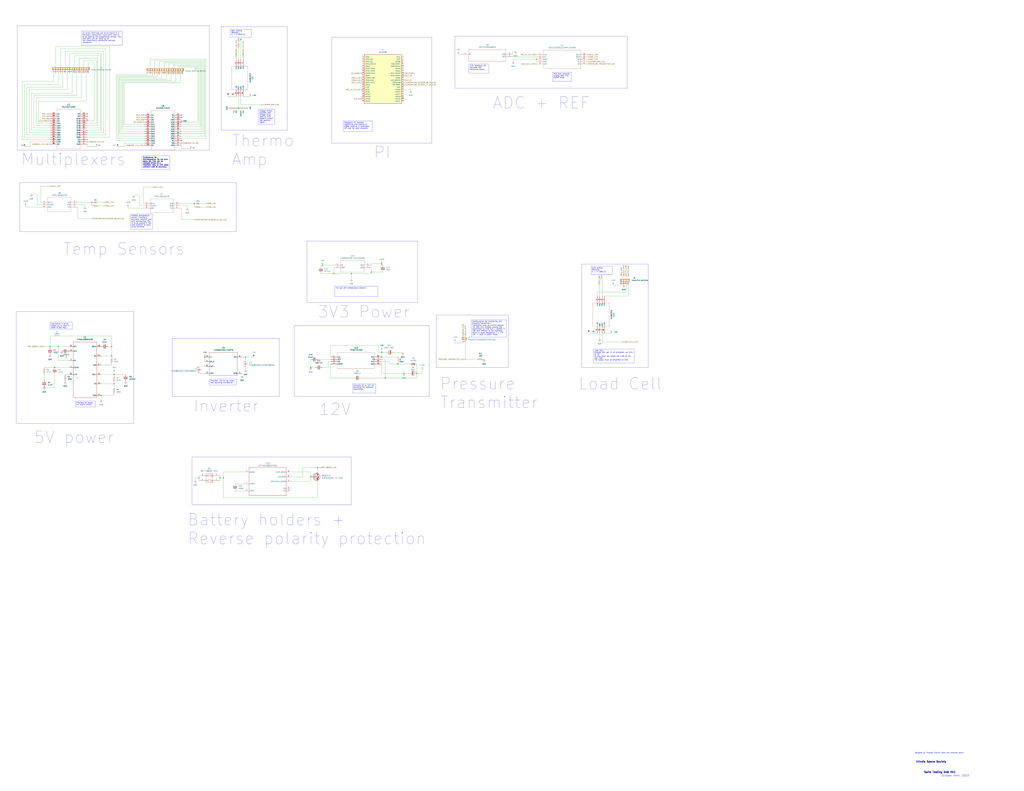
<source format=kicad_sch>
(kicad_sch (version 20230121) (generator eeschema)
  (paper "E")
  (junction (at 240.03 521.97))
  (junction (at 454.66 407.67))
  (junction (at 434.34 397.51))
  (junction (at 339.09 520.7))
  (junction (at 416.56 389.89))
  (junction (at 100.33 220.98))
  (junction (at 59.69 401.32))
  (junction (at 420.37 412.75))
  (junction (at 405.13 297.18))
  (junction (at 217.17 521.97))
  (junction (at 54.61 378.46))
  (junction (at 585.47 64.77))
  (junction (at 346.71 510.54))
  (junction (at 243.84 521.97))
  (junction (at 121.92 378.46))
  (junction (at 223.52 389.89))
  (junction (at 124.46 419.1))
  (junction (at 121.92 388.62))
  (junction (at 351.79 289.56))
  (junction (at 440.69 407.67))
  (junction (at 416.56 288.29))
  (junction (at 260.35 118.11))
  (junction (at 364.49 298.704))
  (junction (at 63.5 378.46))
  (junction (at 383.54 298.704))
  (junction (at 124.46 408.94))
  (junction (at 212.09 222.25))
  (junction (at 267.97 389.89))
  (junction (at 416.56 384.81))
  (junction (at 339.09 401.32))
  (junction (at 110.49 431.8))
  (junction (at 48.26 422.91))
  (bus_entry (at 83.82 411.48) (size 2.54 2.54))
  (bus_entry (at 82.55 411.48) (size 2.54 2.54))
  (wire (pts (xy 105.41 66.04) (xy 91.44 66.04)))
  (wire (pts (xy 105.41 134.62) (xy 105.41 66.04)))
  (wire (pts (xy 66.04 53.34) (xy 115.57 53.34)))
  (wire (pts (xy 189.23 71.12) (xy 189.23 81.28)))
  (wire (pts (xy 212.09 222.25) (xy 212.09 226.06)))
  (wire (pts (xy 416.56 288.29) (xy 416.56 288.036)))
  (wire (pts (xy 659.638 363.982) (xy 667.258 363.982)))
  (wire (pts (xy 559.816 55.88) (xy 562.61 55.88)))
  (wire (pts (xy 68.58 95.25) (xy 29.21 95.25)))
  (wire (pts (xy 416.56 407.67) (xy 440.69 407.67)))
  (wire (pts (xy 113.03 144.78) (xy 113.03 55.88)))
  (wire (pts (xy 71.12 55.88) (xy 71.12 80.01)))
  (wire (pts (xy 454.66 397.51) (xy 454.66 407.67)))
  (wire (pts (xy 454.66 407.67) (xy 461.01 407.67)))
  (wire (pts (xy 124.46 408.94) (xy 124.46 410.21)))
  (wire (pts (xy 110.49 58.42) (xy 76.2 58.42)))
  (wire (pts (xy 194.31 81.28) (xy 194.31 72.39)))
  (wire (pts (xy 161.29 81.28) (xy 127 81.28)))
  (wire (pts (xy 54.61 367.03) (xy 58.42 367.03)))
  (wire (pts (xy 63.5 80.01) (xy 63.5 92.71)))
  (wire (pts (xy 130.81 85.09) (xy 130.81 146.05)))
  (wire (pts (xy 107.95 224.79) (xy 113.03 224.79)))
  (wire (pts (xy 29.21 147.32) (xy 54.61 147.32)))
  (wire (pts (xy 34.29 212.09) (xy 40.64 212.09)))
  (wire (pts (xy 220.98 68.58) (xy 179.07 68.58)))
  (wire (pts (xy 130.81 146.05) (xy 157.48 146.05)))
  (wire (pts (xy 265.43 63.5) (xy 265.43 64.77)))
  (wire (pts (xy 346.71 510.54) (xy 346.71 515.62)))
  (wire (pts (xy 119.38 149.86) (xy 95.25 149.86)))
  (wire (pts (xy 496.57 374.65) (xy 505.46 374.65)))
  (wire (pts (xy 31.75 97.79) (xy 73.66 97.79)))
  (wire (pts (xy 181.61 86.36) (xy 132.08 86.36)))
  (wire (pts (xy 358.14 401.32) (xy 351.79 401.32)))
  (wire (pts (xy 429.26 384.81) (xy 439.42 384.81)))
  (wire (pts (xy 59.69 422.91) (xy 48.26 422.91)))
  (wire (pts (xy 39.37 106.68) (xy 39.37 137.16)))
  (wire (pts (xy 156.21 222.25) (xy 156.21 204.47)))
  (wire (pts (xy 585.47 64.77) (xy 585.47 67.31)))
  (wire (pts (xy 383.54 298.704) (xy 405.13 298.704)))
  (wire (pts (xy 83.82 80.01) (xy 83.82 104.14)))
  (wire (pts (xy 48.26 408.94) (xy 48.26 415.29)))
  (wire (pts (xy 166.37 82.55) (xy 128.27 82.55)))
  (wire (pts (xy 561.086 61.722) (xy 561.086 62.23)))
  (wire (pts (xy 60.96 50.8) (xy 119.38 50.8)))
  (wire (pts (xy 213.36 521.97) (xy 217.17 521.97)))
  (wire (pts (xy 199.39 73.66) (xy 199.39 81.28)))
  (wire (pts (xy 212.09 222.25) (xy 224.79 222.25)))
  (wire (pts (xy 63.5 378.46) (xy 63.5 393.7)))
  (wire (pts (xy 91.44 66.04) (xy 91.44 80.01)))
  (wire (pts (xy 106.68 63.5) (xy 86.36 63.5)))
  (wire (pts (xy 386.08 412.75) (xy 360.68 412.75)))
  (wire (pts (xy 86.36 63.5) (xy 86.36 80.01)))
  (wire (pts (xy 224.79 64.77) (xy 224.79 151.13)))
  (wire (pts (xy 127 81.28) (xy 127 153.67)))
  (wire (pts (xy 134.62 138.43) (xy 157.48 138.43)))
  (wire (pts (xy 133.35 87.63) (xy 186.69 87.63)))
  (wire (pts (xy 654.05 322.58) (xy 654.05 312.42)))
  (wire (pts (xy 217.17 407.67) (xy 223.52 407.67)))
  (wire (pts (xy 683.26 311.15) (xy 683.26 318.77)))
  (wire (pts (xy 31.75 144.78) (xy 54.61 144.78)))
  (wire (pts (xy 129.54 83.82) (xy 129.54 148.59)))
  (wire (pts (xy 416.56 289.56) (xy 416.56 288.29)))
  (wire (pts (xy 559.816 59.182) (xy 559.816 55.88)))
  (wire (pts (xy 669.29 311.15) (xy 678.18 311.15)))
  (wire (pts (xy 171.45 81.28) (xy 171.45 83.82)))
  (wire (pts (xy 163.83 81.28) (xy 163.83 64.77)))
  (wire (pts (xy 425.45 394.97) (xy 425.45 397.51)))
  (wire (pts (xy 36.83 104.14) (xy 36.83 139.7)))
  (wire (pts (xy 92.71 223.52) (xy 85.09 223.52)))
  (wire (pts (xy 110.49 142.24) (xy 95.25 142.24)))
  (wire (pts (xy 110.49 388.62) (xy 121.92 388.62)))
  (wire (pts (xy 248.92 105.41) (xy 257.81 105.41)))
  (wire (pts (xy 461.01 407.67) (xy 461.01 403.86)))
  (wire (pts (xy 405.13 297.18) (xy 405.13 298.704)))
  (wire (pts (xy 157.48 140.97) (xy 133.35 140.97)))
  (wire (pts (xy 654.558 322.58) (xy 654.558 323.342)))
  (wire (pts (xy 267.97 389.89) (xy 276.86 389.89)))
  (wire (pts (xy 219.71 69.85) (xy 219.71 140.97)))
  (wire (pts (xy 34.29 101.6) (xy 34.29 142.24)))
  (wire (pts (xy 360.68 392.43) (xy 346.71 392.43)))
  (wire (pts (xy 24.13 152.4) (xy 54.61 152.4)))
  (wire (pts (xy 105.41 134.62) (xy 95.25 134.62)))
  (wire (pts (xy 560.07 64.77) (xy 560.07 67.31)))
  (wire (pts (xy 29.21 95.25) (xy 29.21 147.32)))
  (wire (pts (xy 220.98 143.51) (xy 220.98 68.58)))
  (wire (pts (xy 339.09 401.32) (xy 344.17 401.32)))
  (wire (pts (xy 219.71 226.06) (xy 224.79 226.06)))
  (wire (pts (xy 78.74 80.01) (xy 78.74 101.6)))
  (wire (pts (xy 85.09 238.76) (xy 100.33 238.76)))
  (wire (pts (xy 81.28 60.96) (xy 109.22 60.96)))
  (wire (pts (xy 198.12 227.33) (xy 198.12 240.03)))
  (wire (pts (xy 257.81 63.5) (xy 257.81 64.77)))
  (wire (pts (xy 198.12 240.03) (xy 212.09 240.03)))
  (wire (pts (xy 350.266 291.084) (xy 351.536 291.084)))
  (wire (pts (xy 152.4 224.79) (xy 156.21 224.79)))
  (wire (pts (xy 222.25 146.05) (xy 198.12 146.05)))
  (wire (pts (xy 152.4 213.36) (xy 152.4 224.79)))
  (wire (pts (xy 139.7 227.33) (xy 156.21 227.33)))
  (wire (pts (xy 83.82 104.14) (xy 36.83 104.14)))
  (wire (pts (xy 166.37 81.28) (xy 166.37 82.55)))
  (wire (pts (xy 48.26 378.46) (xy 54.61 378.46)))
  (wire (pts (xy 110.49 419.1) (xy 124.46 419.1)))
  (wire (pts (xy 561.086 62.23) (xy 585.47 62.23)))
  (wire (pts (xy 102.87 132.08) (xy 102.87 68.58)))
  (wire (pts (xy 54.61 378.46) (xy 63.5 378.46)))
  (wire (pts (xy 657.098 304.8) (xy 654.05 304.8)))
  (wire (pts (xy 360.68 389.89) (xy 360.68 377.19)))
  (wire (pts (xy 26.67 160.02) (xy 33.02 160.02)))
  (wire (pts (xy 215.9 73.66) (xy 199.39 73.66)))
  (wire (pts (xy 360.68 394.97) (xy 358.14 394.97)))
  (wire (pts (xy 217.17 521.97) (xy 217.17 524.51)))
  (wire (pts (xy 240.03 521.97) (xy 240.03 519.43)))
  (wire (pts (xy 217.17 72.39) (xy 217.17 135.89)))
  (wire (pts (xy 198.12 133.35) (xy 215.9 133.35)))
  (wire (pts (xy 339.09 401.32) (xy 339.09 392.43)))
  (wire (pts (xy 416.56 392.43) (xy 420.37 392.43)))
  (wire (pts (xy 317.5 520.7) (xy 330.2 520.7)))
  (wire (pts (xy 92.71 226.06) (xy 92.71 223.52)))
  (wire (pts (xy 31.75 144.78) (xy 31.75 97.79)))
  (wire (pts (xy 121.92 388.62) (xy 121.92 389.89)))
  (wire (pts (xy 179.07 68.58) (xy 179.07 81.28)))
  (wire (pts (xy 102.87 68.58) (xy 96.52 68.58)))
  (wire (pts (xy 184.15 69.85) (xy 219.71 69.85)))
  (wire (pts (xy 66.04 367.03) (xy 121.92 367.03)))
  (wire (pts (xy 27.94 224.79) (xy 27.94 226.06)))
  (wire (pts (xy 95.25 160.02) (xy 95.25 157.48)))
  (wire (pts (xy 134.62 88.9) (xy 134.62 138.43)))
  (wire (pts (xy 110.49 142.24) (xy 110.49 58.42)))
  (wire (pts (xy 434.34 397.51) (xy 447.04 397.51)))
  (wire (pts (xy 163.83 64.77) (xy 224.79 64.77)))
  (wire (pts (xy 156.21 204.47) (xy 166.37 204.47)))
  (wire (pts (xy 146.05 213.36) (xy 152.4 213.36)))
  (wire (pts (xy 417.83 297.18) (xy 405.13 297.18)))
  (wire (pts (xy 58.42 88.9) (xy 24.13 88.9)))
  (wire (pts (xy 262.89 105.41) (xy 262.89 114.3)))
  (wire (pts (xy 500.126 59.182) (xy 503.936 59.182)))
  (wire (pts (xy 351.536 291.084) (xy 351.536 289.56)))
  (wire (pts (xy 218.44 138.43) (xy 218.44 71.12)))
  (wire (pts (xy 81.28 80.01) (xy 81.28 60.96)))
  (wire (pts (xy 652.018 318.77) (xy 652.018 323.342)))
  (wire (pts (xy 66.04 80.01) (xy 66.04 53.34)))
  (wire (pts (xy 173.99 81.28) (xy 173.99 67.31)))
  (wire (pts (xy 113.03 144.78) (xy 95.25 144.78)))
  (wire (pts (xy 95.25 160.02) (xy 105.41 160.02)))
  (wire (pts (xy 110.49 398.78) (xy 121.92 398.78)))
  (wire (pts (xy 440.69 97.79) (xy 448.31 97.79)))
  (wire (pts (xy 260.35 118.11) (xy 260.35 105.41)))
  (wire (pts (xy 654.558 322.58) (xy 654.05 322.58)))
  (wire (pts (xy 100.33 220.98) (xy 100.33 224.79)))
  (wire (pts (xy 346.71 543.56) (xy 243.84 543.56)))
  (wire (pts (xy 585.47 64.77) (xy 560.07 64.77)))
  (wire (pts (xy 198.12 162.56) (xy 198.12 158.75)))
  (wire (pts (xy 683.26 318.77) (xy 652.018 318.77)))
  (wire (pts (xy 106.68 137.16) (xy 106.68 63.5)))
  (wire (pts (xy 39.37 106.68) (xy 88.9 106.68)))
  (wire (pts (xy 559.816 61.722) (xy 561.086 61.722)))
  (wire (pts (xy 176.53 85.09) (xy 130.81 85.09)))
  (wire (pts (xy 124.46 419.1) (xy 124.46 422.91)))
  (wire (pts (xy 76.2 58.42) (xy 76.2 80.01)))
  (wire (pts (xy 364.49 298.704) (xy 383.54 298.704)))
  (wire (pts (xy 330.2 510.54) (xy 346.71 510.54)))
  (wire (pts (xy 383.54 298.704) (xy 383.54 304.8)))
  (wire (pts (xy 133.35 140.97) (xy 133.35 87.63)))
  (wire (pts (xy 217.17 519.43) (xy 217.17 521.97)))
  (wire (pts (xy 106.68 137.16) (xy 95.25 137.16)))
  (wire (pts (xy 215.9 133.35) (xy 215.9 73.66)))
  (wire (pts (xy 34.29 101.6) (xy 78.74 101.6)))
  (wire (pts (xy 405.384 288.036) (xy 405.384 289.56)))
  (wire (pts (xy 405.13 292.1) (xy 405.13 297.18)))
  (wire (pts (xy 260.35 53.34) (xy 260.35 64.77)))
  (wire (pts (xy 39.37 137.16) (xy 54.61 137.16)))
  (wire (pts (xy 264.16 410.21) (xy 264.16 407.67)))
  (wire (pts (xy 85.09 220.98) (xy 100.33 220.98)))
  (wire (pts (xy 124.46 408.94) (xy 137.16 408.94)))
  (wire (pts (xy 416.56 394.97) (xy 425.45 394.97)))
  (wire (pts (xy 262.89 45.72) (xy 262.89 64.77)))
  (wire (pts (xy 54.61 367.03) (xy 54.61 378.46)))
  (wire (pts (xy 685.8 323.342) (xy 659.638 323.342)))
  (wire (pts (xy 24.13 88.9) (xy 24.13 152.4)))
  (wire (pts (xy 48.26 401.32) (xy 59.69 401.32)))
  (wire (pts (xy 121.92 367.03) (xy 121.92 378.46)))
  (wire (pts (xy 346.71 525.78) (xy 346.71 543.56)))
  (wire (pts (xy 63.5 378.46) (xy 74.93 378.46)))
  (wire (pts (xy 40.64 223.52) (xy 44.45 223.52)))
  (wire (pts (xy 171.45 83.82) (xy 129.54 83.82)))
  (wire (pts (xy 41.91 110.49) (xy 41.91 134.62)))
  (wire (pts (xy 412.75 377.19) (xy 412.75 384.81)))
  (wire (pts (xy 135.89 160.02) (xy 135.89 156.21)))
  (wire (pts (xy 240.03 521.97) (xy 240.03 524.51)))
  (wire (pts (xy 685.8 311.15) (xy 685.8 323.342)))
  (wire (pts (xy 33.02 160.02) (xy 33.02 154.94)))
  (wire (pts (xy 135.89 90.17) (xy 135.89 135.89)))
  (wire (pts (xy 262.89 114.3) (xy 285.75 114.3)))
  (wire (pts (xy 346.71 510.54) (xy 349.25 510.54)))
  (wire (pts (xy 264.16 389.89) (xy 267.97 389.89)))
  (wire (pts (xy 186.69 87.63) (xy 186.69 81.28)))
  (wire (pts (xy 34.29 142.24) (xy 54.61 142.24)))
  (wire (pts (xy 124.46 419.1) (xy 124.46 417.83)))
  (wire (pts (xy 224.79 151.13) (xy 198.12 151.13)))
  (wire (pts (xy 317.5 525.78) (xy 339.09 525.78)))
  (wire (pts (xy 191.77 88.9) (xy 134.62 88.9)))
  (wire (pts (xy 358.14 394.97) (xy 358.14 401.32)))
  (wire (pts (xy 71.12 408.94) (xy 74.93 408.94)))
  (wire (pts (xy 219.71 140.97) (xy 198.12 140.97)))
  (wire (pts (xy 657.098 373.38) (xy 679.45 373.38)))
  (wire (pts (xy 654.558 363.982) (xy 654.558 370.332)))
  (wire (pts (xy 204.47 224.79) (xy 196.85 224.79)))
  (wire (pts (xy 127 153.67) (xy 157.48 153.67)))
  (wire (pts (xy 198.12 227.33) (xy 196.85 227.33)))
  (wire (pts (xy 132.08 143.51) (xy 157.48 143.51)))
  (wire (pts (xy 223.52 148.59) (xy 223.52 66.04)))
  (wire (pts (xy 124.46 430.53) (xy 124.46 431.8)))
  (wire (pts (xy 59.69 401.32) (xy 74.93 401.32)))
  (wire (pts (xy 168.91 66.04) (xy 168.91 81.28)))
  (wire (pts (xy 420.37 412.75) (xy 393.7 412.75)))
  (wire (pts (xy 248.92 104.14) (xy 248.92 105.41)))
  (wire (pts (xy 88.9 106.68) (xy 88.9 80.01)))
  (wire (pts (xy 317.5 515.62) (xy 339.09 515.62)))
  (wire (pts (xy 124.46 406.4) (xy 124.46 408.94)))
  (wire (pts (xy 360.68 377.19) (xy 412.75 377.19)))
  (wire (pts (xy 176.53 81.28) (xy 176.53 85.09)))
  (wire (pts (xy 657.098 363.982) (xy 657.098 373.38)))
  (wire (pts (xy 110.49 431.8) (xy 110.49 436.88)))
  (wire (pts (xy 102.87 132.08) (xy 95.25 132.08)))
  (wire (pts (xy 139.7 226.06) (xy 139.7 227.33)))
  (wire (pts (xy 124.46 431.8) (xy 110.49 431.8)))
  (wire (pts (xy 405.384 289.56) (xy 405.13 289.56)))
  (wire (pts (xy 440.69 407.67) (xy 447.04 407.67)))
  (wire (pts (xy 109.22 60.96) (xy 109.22 139.7)))
  (wire (pts (xy 121.92 398.78) (xy 121.92 397.51)))
  (wire (pts (xy 128.27 151.13) (xy 157.48 151.13)))
  (wire (pts (xy 54.61 379.73) (xy 54.61 378.46)))
  (wire (pts (xy 267.97 389.89) (xy 267.97 393.7)))
  (wire (pts (xy 508 392.43) (xy 508 374.65)))
  (wire (pts (xy 198.12 148.59) (xy 223.52 148.59)))
  (wire (pts (xy 351.536 289.56) (xy 351.79 289.56)))
  (wire (pts (xy 26.67 92.71) (xy 26.67 149.86)))
  (wire (pts (xy 412.75 384.81) (xy 416.56 384.81)))
  (wire (pts (xy 113.03 55.88) (xy 71.12 55.88)))
  (wire (pts (xy 173.99 67.31) (xy 222.25 67.31)))
  (wire (pts (xy 44.45 220.98) (xy 44.45 203.2)))
  (wire (pts (xy 454.66 412.75) (xy 420.37 412.75)))
  (wire (pts (xy 33.02 154.94) (xy 54.61 154.94)))
  (wire (pts (xy 416.56 289.56) (xy 417.83 289.56)))
  (wire (pts (xy 118.11 378.46) (xy 121.92 378.46)))
  (wire (pts (xy 198.12 162.56) (xy 208.28 162.56)))
  (wire (pts (xy 434.34 389.89) (xy 416.56 389.89)))
  (wire (pts (xy 73.66 80.01) (xy 73.66 97.79)))
  (wire (pts (xy 36.83 139.7) (xy 54.61 139.7)))
  (wire (pts (xy 256.54 535.94) (xy 266.7 535.94)))
  (wire (pts (xy 273.05 105.41) (xy 265.43 105.41)))
  (wire (pts (xy 243.84 543.56) (xy 243.84 521.97)))
  (wire (pts (xy 109.22 139.7) (xy 95.25 139.7)))
  (wire (pts (xy 68.58 80.01) (xy 68.58 95.25)))
  (wire (pts (xy 657.098 304.8) (xy 657.098 323.342)))
  (wire (pts (xy 128.27 160.02) (xy 135.89 160.02)))
  (wire (pts (xy 121.92 388.62) (xy 121.92 378.46)))
  (wire (pts (xy 425.45 397.51) (xy 434.34 397.51)))
  (wire (pts (xy 339.09 515.62) (xy 339.09 520.7)))
  (wire (pts (xy 217.17 135.89) (xy 198.12 135.89)))
  (wire (pts (xy 360.68 412.75) (xy 360.68 397.51)))
  (wire (pts (xy 262.89 45.72) (xy 260.35 45.72)))
  (wire (pts (xy 213.36 524.51) (xy 213.36 521.97)))
  (wire (pts (xy 222.25 67.31) (xy 222.25 146.05)))
  (wire (pts (xy 204.47 227.33) (xy 204.47 224.79)))
  (wire (pts (xy 218.44 71.12) (xy 189.23 71.12)))
  (wire (pts (xy 26.67 149.86) (xy 54.61 149.86)))
  (wire (pts (xy 217.17 400.05) (xy 223.52 400.05)))
  (wire (pts (xy 181.61 81.28) (xy 181.61 86.36)))
  (wire (pts (xy 416.56 382.27) (xy 416.56 384.81)))
  (wire (pts (xy 416.56 384.81) (xy 421.64 384.81)))
  (wire (pts (xy 339.09 525.78) (xy 339.09 520.7)))
  (wire (pts (xy 266.7 515.62) (xy 243.84 515.62)))
  (wire (pts (xy 63.5 393.7) (xy 74.93 393.7)))
  (wire (pts (xy 115.57 53.34) (xy 115.57 147.32)))
  (wire (pts (xy 93.98 110.49) (xy 93.98 80.01)))
  (wire (pts (xy 129.54 148.59) (xy 157.48 148.59)))
  (wire (pts (xy 448.31 97.79) (xy 448.31 99.06)))
  (wire (pts (xy 520.7 392.43) (xy 508 392.43)))
  (wire (pts (xy 364.49 292.1) (xy 364.49 298.704)))
  (wire (pts (xy 416.56 384.81) (xy 416.56 389.89)))
  (wire (pts (xy 60.96 80.01) (xy 60.96 50.8)))
  (wire (pts (xy 351.79 289.56) (xy 364.49 289.56)))
  (wire (pts (xy 223.52 389.89) (xy 223.52 394.97)))
  (wire (pts (xy 416.56 397.51) (xy 416.56 407.67)))
  (wire (pts (xy 135.89 156.21) (xy 157.48 156.21)))
  (wire (pts (xy 110.49 408.94) (xy 124.46 408.94)))
  (wire (pts (xy 194.31 72.39) (xy 217.17 72.39)))
  (wire (pts (xy 41.91 134.62) (xy 54.61 134.62)))
  (wire (pts (xy 223.52 66.04) (xy 168.91 66.04)))
  (wire (pts (xy 496.57 374.65) (xy 496.57 373.38)))
  (wire (pts (xy 40.64 212.09) (xy 40.64 223.52)))
  (wire (pts (xy 128.27 82.55) (xy 128.27 151.13)))
  (wire (pts (xy 27.94 226.06) (xy 44.45 226.06)))
  (wire (pts (xy 405.384 288.036) (xy 416.56 288.036)))
  (wire (pts (xy 115.57 147.32) (xy 95.25 147.32)))
  (wire (pts (xy 642.62 363.22) (xy 642.62 363.982)))
  (wire (pts (xy 85.09 226.06) (xy 85.09 238.76)))
  (wire (pts (xy 267.97 403.86) (xy 267.97 401.32)))
  (wire (pts (xy 256.54 528.32) (xy 266.7 528.32)))
  (wire (pts (xy 454.66 407.67) (xy 454.66 412.75)))
  (wire (pts (xy 198.12 143.51) (xy 220.98 143.51)))
  (wire (pts (xy 196.85 222.25) (xy 212.09 222.25)))
  (wire (pts (xy 44.45 203.2) (xy 54.61 203.2)))
  (wire (pts (xy 184.15 81.28) (xy 184.15 69.85)))
  (wire (pts (xy 132.08 86.36) (xy 132.08 143.51)))
  (wire (pts (xy 191.77 81.28) (xy 191.77 88.9)))
  (wire (pts (xy 420.37 392.43) (xy 420.37 412.75)))
  (wire (pts (xy 330.2 520.7) (xy 330.2 510.54)))
  (wire (pts (xy 41.91 110.49) (xy 93.98 110.49)))
  (wire (pts (xy 96.52 68.58) (xy 96.52 80.01)))
  (wire (pts (xy 198.12 138.43) (xy 218.44 138.43)))
  (wire (pts (xy 135.89 135.89) (xy 157.48 135.89)))
  (wire (pts (xy 58.42 88.9) (xy 58.42 80.01)))
  (wire (pts (xy 119.38 50.8) (xy 119.38 149.86)))
  (wire (pts (xy 243.84 521.97) (xy 240.03 521.97)))
  (wire (pts (xy 100.33 220.98) (xy 113.03 220.98)))
  (wire (pts (xy 243.84 515.62) (xy 243.84 521.97)))
  (wire (pts (xy 642.62 363.982) (xy 652.018 363.982)))
  (wire (pts (xy 196.85 81.28) (xy 196.85 90.17)))
  (wire (pts (xy 350.266 298.704) (xy 364.49 298.704)))
  (wire (pts (xy 59.69 408.94) (xy 59.69 422.91)))
  (wire (pts (xy 196.85 90.17) (xy 135.89 90.17)))
  (wire (pts (xy 63.5 92.71) (xy 26.67 92.71)))
  (rectangle (start 19.05 27.94) (end 228.6 163.83))
  (rectangle (start 496.57 39.37) (end 684.53 96.52))
  (rectangle (start 635 288.29) (end 707.39 401.32))
  (rectangle (start 321.31 355.6) (end 468.63 433.07))
  (rectangle (start 21.59 199.39) (end 257.81 252.73))
  (rectangle (start 361.95 40.64) (end 471.17 156.21))
  (rectangle (start 17.78 340.36) (end 146.05 462.28))
  (rectangle (start 209.55 499.11) (end 383.54 551.18))
  (rectangle (start 476.25 344.17) (end 554.99 401.32))
  (rectangle (start 335.026 263.144) (end 455.676 330.454))
  (rectangle (start 187.96 369.57) (end 304.8 433.07))
  (rectangle (start 241.3 29.21) (end 313.69 142.24))
  (text_box "Converts 5V to 12V for powering the pressure transmitter." (at 384.81 419.1 0) (size 25.4 10.16) (effects (font (size 1.27 1.27)) (justify left top)))
  (text_box "3.3V reference for accurate ADC reference/power." (at 511.81 69.85 0) (size 21.59 10.16) (effects (font (size 1.27 1.27)) (justify left top)))
  (text_box "Load Cell:\nOutputs 2mv per 1V of excitation, so 24mv at 12.\nAt zero load, you might see 1.5% of the max load.\nThe output must be amplified to 3.3V." (at 647.7 381 0) (size 44.45 15.24) (effects (font (size 1.27 1.27)) (justify left top)))
  (text_box "Provides 5V power for entire circuit" (at 82.55 438.15 0) (size 21.59 6.35) (effects (font (size 1.27 1.27)) (justify left top)))
  (text_box "Multiplexers for thermocouples. Do not work below 0C. This can be changed either at a monetary cost, or with some unknown cost to accuracy." (at 154.94 170.18 0) (size 30.48 15.24) (effects (font (size 1.27 1.27) bold) (justify left top)))
  (text_box "Ambient temperature sensor. Extremely accurate, reliable, and self-referencing. One is to be placed in the cold junction at each screw terminal." (at 142.24 233.68 0) (size 24.13 16.51) (effects (font (size 1.27 1.27)) (justify left top)))
  (text_box "Voltage divider provides bias voltage level used to shift negetive output into positive region." (at 281.94 119.38 0) (size 17.78 16.51) (effects (font (size 1.27 1.27)) (justify left top)))
  (text_box "Gain setting Resistor. \nG = 1+(50k/x)\n" (at 251.46 31.75 0) (size 22.86 8.89) (effects (font (size 1.27 1.27)) (justify left top)))
  (text_box "Inductance is to be raised up to 10uH if noise is too high." (at 54.61 351.79 0) (size 24.13 7.62) (effects (font (size 1.27 1.27)) (justify left top)))
  (text_box "ADC that converts analog data into digital data." (at 603.25 78.74 0) (size 20.32 10.16) (effects (font (size 1.27 1.27)) (justify left top)))
  (text_box "Configuration for interfacing with pressure transmitter.\nTransmitter acts as current source. The 165 ohm resistor causes the transmitter to emit 3.3<->0.66V. If 165 ohm resistor is not available, select a lower resistance. V = I*R with I= 0.02 or 0.004 Amps" (at 514.35 349.25 0) (size 38.1 19.05) (effects (font (size 1.27 1.27)) (justify left top)))
  (text_box "Provides -5V for op amps and powering multiplexer" (at 228.6 414.02 0) (size 29.21 6.35) (effects (font (size 1.27 1.27)) (justify left top)))
  (text_box "Gain setting Resistor. \nG = 1+(50k/x)\n" (at 645.16 290.83 0) (size 22.86 8.89) (effects (font (size 1.27 1.27)) (justify left top)))
  (text_box "Raspberry PI. Handles organizing and storing of digital data on a removable SD card for later analysis." (at 374.65 132.08 0) (size 31.75 11.43) (effects (font (size 1.27 1.27)) (justify left top)))
  (text_box "For use with temperature sensors" (at 365.506 312.674 0) (size 46.99 11.43) (effects (font (size 1.27 1.27)) (justify left top)))
  (text_box "All screw terminals are to be bound in a thermally-conductive \"cold joint\" that is to be read by the temperature sensor. This cold joint will be made up of non-electrically-conductive thermal compound." (at 88.9 34.29 0) (size 44.45 15.24) (effects (font (size 1.27 1.27)) (justify left top)))
  (text "Designed by Thomas Vincent Folan and Amanda Yaklin" (at 998.22 822.96 0) (effects (font (size 1.27 1.27) italic) (justify left bottom)))
  (text "ADC + REF" (at 537.464 119.888 0) (effects (font (size 12.7 12.7)) (justify left bottom)))
  (text "October 9nth, 2023" (at 1027.43 848.36 0) (effects (font (size 2 2) italic) (justify left bottom)))
  (text "PI" (at 407.67 173.99 0) (effects (font (size 12.7 12.7)) (justify left bottom)))
  (text "3V3 Power" (at 346.456 348.234 0) (effects (font (size 12.7 12.7)) (justify left bottom)))
  (text "Inverter" (at 210.82 450.85 0) (effects (font (size 12.7 12.7)) (justify left bottom)))
  (text "Temp Sensors" (at 68.58 279.4 0) (effects (font (size 12.7 12.7)) (justify left bottom)))
  (text "Pressure\nTransmitter" (at 480.06 447.04 0) (effects (font (size 12.7 12.7)) (justify left bottom)))
  (text "Multiplexers" (at 22.86 181.61 0) (effects (font (size 12.7 12.7)) (justify left bottom)))
  (text "Thermo\nAmp" (at 252.73 181.61 0) (effects (font (size 12.7 12.7)) (justify left bottom)))
  (text "5V power" (at 36.83 485.14 0) (effects (font (size 12.7 12.7)) (justify left bottom)))
  (text "Solid Testing DAQ Mk1" (at 1008.38 844.55 0) (effects (font (size 2 2) (thickness 0.4) bold) (justify left bottom)))
  (text "Load Cell" (at 631.19 426.72 0) (effects (font (size 12.7 12.7)) (justify left bottom)))
  (text "Battery holders +\nReverse polarity protection" (at 204.47 595.63 0) (effects (font (size 12.7 12.7)) (justify left bottom)))
  (text "Illinois Space Society" (at 999.49 833.12 0) (effects (font (size 2 2) (thickness 0.4) bold) (justify left bottom)))
  (text "12V" (at 347.98 454.66 0) (effects (font (size 12.7 12.7)) (justify left bottom)))
  (hierarchical_label "MOSI_LINE" (shape bidirectional) (at 113.03 220.98 0))
  (hierarchical_label "INA819ID-IN_LINE" (shape input) (at 265.43 63.5 90))
  (hierarchical_label "BROWN_WIRE" (shape output) (at 505.46 367.03 90))
  (hierarchical_label "PRESSURE_TRANSMITTER_LINE" (shape input) (at 641.35 69.85 0))
  (hierarchical_label "MUX_A2" (shape input) (at 157.48 125.73 180))
  (hierarchical_label "THERMO_AMP_LINE" (shape output) (at 285.75 114.3 0))
  (hierarchical_label "MUX_A0" (shape output) (at 440.69 82.55 0))
  (hierarchical_label "LOAD_CELL_LINE" (shape input) (at 585.47 69.85 180))
  (hierarchical_label "MUX_A0" (shape input) (at 54.61 129.54 180))
  (hierarchical_label "RED_WIRE" (shape input) (at 678.18 302.26 90))
  (hierarchical_label "LOAD_CELL_LINE" (shape output) (at 679.45 373.38 0))
  (hierarchical_label "ADC_U4_CS_LINE" (shape input) (at 585.47 59.69 180))
  (hierarchical_label "INA819ID_+IN_LINE" (shape output) (at 54.61 157.48 180))
  (hierarchical_label "MUX_A2" (shape input) (at 54.61 124.46 180))
  (hierarchical_label "MUX_A1" (shape output) (at 440.69 87.63 0))
  (hierarchical_label "SCLK_LINE" (shape bidirectional) (at 54.61 203.2 0))
  (hierarchical_label "U3_ENABLE" (shape output) (at 394.97 80.01 180))
  (hierarchical_label "PRE-BOOST_LINE" (shape input) (at 48.26 378.46 180))
  (hierarchical_label "MISO_LINE" (shape bidirectional) (at 394.97 87.63 180))
  (hierarchical_label "MISO_LINE" (shape bidirectional) (at 224.79 226.06 0))
  (hierarchical_label "BLUE_WIRE" (shape input) (at 508 367.03 90))
  (hierarchical_label "MOSI_LINE" (shape bidirectional) (at 641.35 64.77 0))
  (hierarchical_label "ADC_U4_CS_LINE" (shape output) (at 394.97 97.79 180))
  (hierarchical_label "MUX_A1" (shape input) (at 54.61 127 180))
  (hierarchical_label "INA819ID-IN_LINE" (shape output) (at 95.25 154.94 0))
  (hierarchical_label "PRE-BOOST_LINE" (shape output) (at 349.25 510.54 0))
  (hierarchical_label "SCLK_LINE" (shape bidirectional) (at 641.35 59.69 0))
  (hierarchical_label "GREEN_WIRE" (shape input) (at 683.26 302.26 90))
  (hierarchical_label "MUX_A2" (shape output) (at 394.97 107.95 180))
  (hierarchical_label "MUX_A0" (shape input) (at 157.48 130.81 180))
  (hierarchical_label "THERMO_AMP_LINE" (shape input) (at 641.35 67.31 0))
  (hierarchical_label "U3_ENABLE" (shape input) (at 54.61 132.08 180))
  (hierarchical_label "MISO_LINE" (shape bidirectional) (at 113.03 224.79 0))
  (hierarchical_label "INA819ID_+IN_LINE" (shape output) (at 157.48 158.75 180))
  (hierarchical_label "U6_ENABLE" (shape output) (at 440.69 80.01 0))
  (hierarchical_label "BLACK_WIRE" (shape input) (at 680.72 302.26 90))
  (hierarchical_label "MISO_LINE" (shape bidirectional) (at 641.35 62.23 0))
  (hierarchical_label "MOSI_LINE" (shape bidirectional) (at 394.97 85.09 180))
  (hierarchical_label "TEMPERATURE_SENSOR_U8_CS_LINE" (shape output) (at 440.69 90.17 0))
  (hierarchical_label "WHITE_WIRE" (shape input) (at 685.8 302.26 90))
  (hierarchical_label "SCLK_LINE" (shape bidirectional) (at 166.37 204.47 0))
  (hierarchical_label "MUX_A1" (shape input) (at 157.48 128.27 180))
  (hierarchical_label "TEMPERATURE_SENSOR_U8_CS_LINE" (shape input) (at 100.33 238.76 0))
  (hierarchical_label "TEMPERATURE_SENSOR_U7_CS_LINE" (shape input) (at 212.09 240.03 0))
  (hierarchical_label "U6_ENABLE" (shape input) (at 157.48 133.35 180))
  (hierarchical_label "INA819ID_+IN_LINE" (shape input) (at 257.81 63.5 90))
  (hierarchical_label "TEMPERATURE_SENSOR_U7_CS_LINE" (shape output) (at 440.69 92.71 0))
  (hierarchical_label "MOSI_LINE" (shape bidirectional) (at 224.79 222.25 0))
  (hierarchical_label "SCLK_LINE" (shape bidirectional) (at 394.97 90.17 180))
  (hierarchical_label "PRESSURE_TRANSMITTER_LINE" (shape output) (at 508 392.43 180))
  (hierarchical_label "INA819ID-IN_LINE" (shape output) (at 198.12 156.21 0))
  (symbol (lib_id "Device:C") (at 389.89 412.75 90) (unit 1)
    (property "Reference" "C6" (at 389.89 405.13 90))
    (property "Value" "0.001uF" (at 389.89 407.67 90))
    (property "Footprint" "Capacitor_SMD:C_0603_1608Metric" (effects hide))
  )
  (symbol (lib_id "power:+12V") (at 669.29 311.15 0) (unit 1)
    (property "Reference" "#PWR045" (effects hide))
    (property "Value" "+12V" (at 669.29 306.07 0))
  )
  (symbol (lib_id "Device:R_US") (at 256.54 118.11 270) (unit 1)
    (property "Reference" "R3" (at 257.81 120.65 0) (effects (justify left)))
    (property "Value" "1k" (at 255.27 120.65 0) (effects (justify left)))
    (property "Footprint" "Resistor_SMD:R_0603_1608Metric" (effects hide))
  )
  (symbol (lib_id "2023-10-16_22-44-49:LM74610QDGKRQ1") (at 292.1 525.78 0) (unit 1)
    (property "Reference" "U13" (at 292.1 505.968 0) (effects (font (size 1.524 1.524))))
    (property "Value" "LM74610QDGKRQ1" (at 292.1 508.508 0) (effects (font (size 1.524 1.524))))
    (property "Footprint" "DAQ:DGK0008A_N" (effects hide))
    (property "Datasheet" "https://www.ti.com/lit/ds/symlink/lm74610-q1.pdf?HQS=dis-mous-null-mousermode-dsf-pf-null-wwe&ts=1701489097349&ref_url=https%253A%252F%252Fwww.mouser.com%252F" (effects hide))
  )
  (symbol (lib_id "power:+5V") (at 500.126 59.182 0) (unit 1)
    (property "Reference" "#PWR031" (effects hide))
    (property "Value" "+5V" (at 500.126 54.102 0))
  )
  (symbol (lib_id "Device:C") (at 114.3 378.46 90) (unit 1)
    (property "Reference" "C3" (at 114.3 370.84 90))
    (property "Value" "0.1uF" (at 114.3 373.38 90))
    (property "Footprint" "Capacitor_SMD:C_0603_1608Metric" (effects hide))
  )
  (symbol (lib_id "Device:C_Polarized") (at 425.45 384.81 90) (unit 1)
    (property "Reference" "C12" (at 424.561 377.19 90))
    (property "Value" "33uF, 20V" (at 424.561 379.73 90))
    (property "Footprint" "Capacitor_SMD:C_0603_1608Metric" (effects hide))
  )
  (symbol (lib_id "Device:R_US") (at 654.05 308.61 0) (unit 1)
    (property "Reference" "R13" (at 656.59 302.26 90))
    (property "Value" "367" (at 654.05 302.26 90))
    (property "Footprint" "Resistor_SMD:R_0603_1608Metric" (effects hide))
  )
  (symbol (lib_id "power:GND") (at 448.31 99.06 0) (unit 1)
    (property "Reference" "#PWR028" (effects hide))
    (property "Value" "GND" (at 448.31 104.14 0))
  )
  (symbol (lib_id "power:-5V") (at 276.86 389.89 0) (unit 1)
    (property "Reference" "#PWR08" (effects hide))
    (property "Value" "-5V" (at 276.86 384.81 0))
  )
  (symbol (lib_id "power:GND") (at 267.97 403.86 0) (unit 1)
    (property "Reference" "#PWR07" (effects hide))
    (property "Value" "GND" (at 267.97 408.94 0))
  )
  (symbol (lib_id "Device:R_US") (at 215.9 226.06 90) (unit 1)
    (property "Reference" "R10" (at 215.9 219.71 90))
    (property "Value" "10k" (at 215.9 222.25 90))
    (property "Footprint" "Resistor_SMD:R_0603_1608Metric" (effects hide))
  )
  (symbol (lib_id "Connector:Screw_Terminal_01x16") (at 76.2 74.93 90) (unit 1)
    (property "Reference" "J1" (at 110.49 73.66 90))
    (property "Value" "Screw_Terminal_01x16" (at 110.49 76.2 90))
    (property "Footprint" "DAQ:CONN16_TB007-508_CUD" (effects hide))
  )
  (symbol (lib_id "power:GND") (at 137.16 416.56 0) (unit 1)
    (property "Reference" "#PWR020" (effects hide))
    (property "Value" "GND" (at 137.16 421.64 0))
  )
  (symbol (lib_id "power:+12V") (at 496.57 373.38 0) (unit 1)
    (property "Reference" "#PWR039" (effects hide))
    (property "Value" "+12V" (at 496.57 368.3 0))
  )
  (symbol (lib_id "power:+12V") (at 461.01 403.86 0) (unit 1)
    (property "Reference" "#PWR035" (effects hide))
    (property "Value" "+12V" (at 461.01 398.78 0))
  )
  (symbol (lib_id "Device:R_US") (at 71.12 412.75 0) (unit 1)
    (property "Reference" "R2" (at 73.66 411.48 0) (effects (justify left)))
    (property "Value" "200k" (at 73.66 414.02 0) (effects (justify left)))
    (property "Footprint" "Resistor_SMD:R_0603_1608Metric" (effects hide))
  )
  (symbol (lib_id "power:GND") (at 54.61 387.35 0) (unit 1)
    (property "Reference" "#PWR017" (effects hide))
    (property "Value" "GND" (at 54.61 392.43 0))
  )
  (symbol (lib_id "Device:R_US") (at 124.46 414.02 0) (unit 1)
    (property "Reference" "R7" (at 127 412.75 0) (effects (justify left)))
    (property "Value" "313k" (at 127 415.29 0) (effects (justify left)))
    (property "Footprint" "Resistor_SMD:R_0603_1608Metric" (effects hide))
  )
  (symbol (lib_id "Device:C") (at 137.16 412.75 0) (unit 1)
    (property "Reference" "C8" (at 140.97 411.48 0) (effects (justify left)))
    (property "Value" "3x22uF" (at 140.97 414.02 0) (effects (justify left)))
    (property "Footprint" "Capacitor_SMD:C_0603_1608Metric" (effects hide))
  )
  (symbol (lib_id "power:GND") (at 560.07 67.31 0) (unit 1)
    (property "Reference" "#PWR024" (effects hide))
    (property "Value" "GND" (at 560.07 72.39 0))
  )
  (symbol (lib_id "2023-10-08_20-14-04:TPS61089RNRR") (at 92.71 403.86 0) (unit 1)
    (property "Reference" "U1" (at 92.71 368.3 0) (effects (font (size 1.524 1.524))))
    (property "Value" "TPS61089RNRR" (at 92.71 370.84 0) (effects (font (size 1.524 1.524))))
    (property "Footprint" "DAQ:RNR0011A" (effects hide))
    (property "Datasheet" "https://www.ti.com/lit/ds/symlink/tps61089.pdf?HQS=dis-dk-null-digikeymode-dsf-pf-null-wwe&ts=1697232594239&ref_url=https%253A%252F%252Fwww.ti.com%252Fgeneral%252Fdocs%252Fsuppproductinfo.tsp%253FdistId%253D10%2526gotoUrl%253Dhttps%253A%252F%252Fwww.ti.com%252Flit%252Fgpn%252Ftps61089" (effects hide))
  )
  (symbol (lib_id "2023-10-08_20-12-06:TMP126NDCKR") (at 85.09 226.06 180) (unit 1)
    (property "Reference" "U8" (at 64.77 210.82 0) (effects (font (size 1.524 1.524))))
    (property "Value" "TMP126NDCKR" (at 64.77 213.36 0) (effects (font (size 1.524 1.524))))
    (property "Footprint" "DAQ:SC70-6_DCK_TEX" (effects hide))
    (property "Datasheet" "https://www.ti.com/lit/ds/symlink/tmp126.pdf?HQS=dis-mous-null-mousermode-dsf-pf-null-wwe&ts=1697232454221&ref_url=https%253A%252F%252Fwww.mouser.com%252F" (effects hide))
  )
  (symbol (lib_id "Device:C") (at 350.266 294.894 180) (unit 1)
    (property "Reference" "C13" (at 354.076 293.624 0) (effects (justify right)))
    (property "Value" "0.47uF" (at 354.076 296.164 0) (effects (justify right)))
    (property "Footprint" "Capacitor_SMD:C_0603_1608Metric" (effects hide))
  )
  (symbol (lib_id "power:GND") (at 67.31 383.54 0) (unit 1)
    (property "Reference" "#PWR016" (effects hide))
    (property "Value" "GND" (at 67.31 388.62 0))
  )
  (symbol (lib_id "power:GND") (at 146.05 213.36 0) (unit 1)
    (property "Reference" "#PWR027" (effects hide))
    (property "Value" "GND" (at 146.05 218.44 0))
  )
  (symbol (lib_id "power:+3.3V") (at 416.56 288.29 0) (unit 1)
    (property "Reference" "#PWR047" (effects hide))
    (property "Value" "+3.3V" (at 416.56 283.21 0))
  )
  (symbol (lib_id "2023-10-08_20-10-01:C1608X5R1C335K080AC") (at 217.17 407.67 90) (unit 1)
    (property "Reference" "C1" (at 212.09 402.59 90) (effects (font (size 1.524 1.524)) (justify right)))
    (property "Value" "C1608X5R1C335K080AC" (at 186.69 405.13 90) (effects (font (size 1.524 1.524)) (justify right)))
    (property "Footprint" "DAQ:CAP_1608_TDK" (effects hide))
    (property "Datasheet" "https://product.tdk.com/system/files/dam/doc/product/capacitor/ceramic/mlcc/catalog/mlcc_commercial_general_en.pdf" (effects hide))
  )
  (symbol (lib_id "2023-10-13_21-59-37:LM3940IMP-3.3_NOPB") (at 364.49 289.56 0) (unit 1)
    (property "Reference" "U12" (at 384.81 279.4 0) (effects (font (size 1.524 1.524))))
    (property "Value" "LM3940IMP-3.3/NOPB" (at 384.81 281.94 0) (effects (font (size 1.524 1.524))))
    (property "Footprint" "DAQ:MP04A" (effects hide))
    (property "Datasheet" "https://www.ti.com/lit/ds/symlink/lm3940.pdf?ts=1697234356096&ref_url=https%253A%252F%252Fwww.ti.com%252Fproduct%252FLM3940%252Fpart-details%252FLM3940IMP-3.3%252FNOPB" (effects hide))
  )
  (symbol (lib_id "power:GND") (at 264.16 410.21 0) (unit 1)
    (property "Reference" "#PWR05" (effects hide))
    (property "Value" "GND" (at 264.16 415.29 0))
  )
  (symbol (lib_id "Device:C") (at 71.12 383.54 90) (unit 1)
    (property "Reference" "2.2uF1" (at 72.39 387.35 90))
    (property "Value" "C" (at 72.39 389.89 90))
    (property "Footprint" "Capacitor_SMD:C_0603_1608Metric" (effects hide))
  )
  (symbol (lib_id "power:GND") (at 92.71 226.06 0) (unit 1)
    (property "Reference" "#PWR025" (effects hide))
    (property "Value" "GND" (at 92.71 231.14 0))
  )
  (symbol (lib_id "power:GND") (at 48.26 422.91 0) (unit 1)
    (property "Reference" "#PWR015" (effects hide))
    (property "Value" "GND" (at 48.26 427.99 0))
  )
  (symbol (lib_id "power:GND") (at 204.47 227.33 0) (unit 1)
    (property "Reference" "#PWR032" (effects hide))
    (property "Value" "GND" (at 204.47 232.41 0))
  )
  (symbol (lib_id "power:GND") (at 198.12 130.81 0) (unit 1)
    (property "Reference" "#PWR012" (effects hide))
    (property "Value" "GND" (at 201.93 132.08 0))
  )
  (symbol (lib_id "power:-5V") (at 128.27 160.02 0) (unit 1)
    (property "Reference" "#PWR010" (effects hide))
    (property "Value" "-5V" (at 121.92 158.75 0) (effects (justify left)))
  )
  (symbol (lib_id "power:+5V") (at 416.56 382.27 0) (unit 1)
    (property "Reference" "#PWR034" (effects hide))
    (property "Value" "+5V" (at 416.56 377.19 0))
  )
  (symbol (lib_id "Device:C") (at 48.26 419.1 0) (unit 1)
    (property "Reference" "C5" (at 52.07 417.83 0) (effects (justify left)))
    (property "Value" "4.7nF" (at 52.07 420.37 0) (effects (justify left)))
    (property "Footprint" "Capacitor_SMD:C_0603_1608Metric" (effects hide))
  )
  (symbol (lib_id "power:GND") (at 383.54 304.8 0) (unit 1)
    (property "Reference" "#PWR043" (effects hide))
    (property "Value" "GND" (at 383.54 309.88 0))
  )
  (symbol (lib_id "power:+3.3V") (at 27.94 224.79 0) (unit 1)
    (property "Reference" "#PWR09" (effects hide))
    (property "Value" "+3.3V" (at 27.94 219.71 0))
  )
  (symbol (lib_id "power:+5V") (at 351.79 289.56 0) (unit 1)
    (property "Reference" "#PWR048" (effects hide))
    (property "Value" "+5V" (at 351.79 284.48 0))
  )
  (symbol (lib_id "2023-10-16_23-10-03:DMN3404L-7") (at 339.09 520.7 0) (unit 1)
    (property "Reference" "MOSFET1" (at 351.028 519.43 0) (effects (font (size 1.524 1.524)) (justify left)))
    (property "Value" "SI2312CDS-T1-GE3" (at 351.028 521.97 0) (effects (font (size 1.524 1.524) italic) (justify left)))
    (property "Footprint" "DAQ:SOT23_DIO" (effects hide))
    (property "Datasheet" "https://www.diodes.com/assets/Datasheets/DMN3404L.pdf" (effects hide))
  )
  (symbol (lib_id "power:+3.3V") (at 139.7 226.06 0) (unit 1)
    (property "Reference" "#PWR023" (effects hide))
    (property "Value" "+3.3V" (at 139.7 220.98 0))
  )
  (symbol (lib_id "2023-10-09_15-43-12:MUX507IDWR") (at 95.25 157.48 180) (unit 1)
    (property "Reference" "U3" (at 74.93 114.3 0) (effects (font (size 1.524 1.524))))
    (property "Value" "MUX507IDWR" (at 74.93 116.84 0) (effects (font (size 1.524 1.524))))
    (property "Footprint" "DAQ:DW28_TEX" (effects hide))
    (property "Datasheet" "https://www.ti.com/lit/ds/symlink/mux507.pdf?HQS=dis-mous-null-mousermode-dsf-pf-null-wwe&ts=1697232557511&ref_url=https%253A%252F%252Fwww.mouser.com%252F" (effects hide))
  )
  (symbol (lib_id "Device:R_US") (at 104.14 224.79 90) (unit 1)
    (property "Reference" "R9" (at 104.14 218.44 90))
    (property "Value" "10k" (at 104.14 220.98 90))
    (property "Footprint" "Resistor_SMD:R_0603_1608Metric" (effects hide))
  )
  (symbol (lib_id "Device:C") (at 59.69 405.13 0) (unit 1)
    (property "Reference" "C4" (at 63.5 403.86 0) (effects (justify left)))
    (property "Value" "4.7nF" (at 63.5 406.4 0) (effects (justify left)))
    (property "Footprint" "Capacitor_SMD:C_0603_1608Metric" (effects hide))
  )
  (symbol (lib_id "Device:C") (at 417.83 293.37 0) (unit 1)
    (property "Reference" "C14" (at 421.64 292.1 0) (effects (justify left)))
    (property "Value" "33uF" (at 421.64 294.64 0) (effects (justify left)))
    (property "Footprint" "Capacitor_SMD:C_0603_1608Metric" (effects hide))
  )
  (symbol (lib_id "power:+5V") (at 208.28 162.56 0) (unit 1)
    (property "Reference" "#PWR022" (effects hide))
    (property "Value" "+5V" (at 210.82 161.29 0))
  )
  (symbol (lib_id "Device:C") (at 54.61 383.54 180) (unit 1)
    (property "Reference" "C7" (at 58.42 382.27 0) (effects (justify right)))
    (property "Value" "22uF" (at 58.42 384.81 0) (effects (justify right)))
    (property "Footprint" "Capacitor_SMD:C_0603_1608Metric" (effects hide))
  )
  (symbol (lib_id "power:+5V") (at 667.258 363.982 0) (unit 1)
    (property "Reference" "#PWR044" (effects hide))
    (property "Value" "+5V" (at 669.798 362.712 0) (effects (justify left)))
  )
  (symbol (lib_id "power:GND") (at 562.61 55.88 0) (unit 1)
    (property "Reference" "#PWR030" (effects hide))
    (property "Value" "GND" (at 562.61 60.96 0))
  )
  (symbol (lib_id "Device:L") (at 62.23 367.03 90) (unit 1)
    (property "Reference" "L1" (at 62.23 361.95 90))
    (property "Value" "1.8uH" (at 62.23 364.49 90))
    (property "Footprint" "Inductor_SMD:L_0603_1608Metric" (effects hide))
  )
  (symbol (lib_id "Device:D_Schottky") (at 450.85 397.51 180) (unit 1)
    (property "Reference" "D1" (at 451.1675 391.16 0))
    (property "Value" "1A,20V" (at 451.1675 393.7 0))
    (property "Footprint" "Diode_SMD:D_0603_1608Metric" (effects hide))
  )
  (symbol (lib_id "power:GND") (at 95.25 129.54 0) (unit 1)
    (property "Reference" "#PWR033" (effects hide))
    (property "Value" "GND" (effects hide))
  )
  (symbol (lib_id "power:+5V") (at 273.05 105.41 0) (unit 1)
    (property "Reference" "#PWR03" (effects hide))
    (property "Value" "+5V" (at 275.59 104.14 0) (effects (justify left)))
  )
  (symbol (lib_id "2023-10-09_15-43-12:MUX507IDWR") (at 198.12 158.75 180) (unit 1)
    (property "Reference" "U6" (at 177.8 115.57 0) (effects (font (size 1.524 1.524))))
    (property "Value" "MUX507IDWR" (at 177.8 118.11 0) (effects (font (size 1.524 1.524))))
    (property "Footprint" "DAQ:DW28_TEX" (effects hide))
    (property "Datasheet" "https://www.ti.com/lit/ds/symlink/mux507.pdf?HQS=dis-mous-null-mousermode-dsf-pf-null-wwe&ts=1697232557511&ref_url=https%253A%252F%252Fwww.mouser.com%252F" (effects hide))
  )
  (symbol (lib_id "power:+5V") (at 223.52 389.89 0) (unit 1)
    (property "Reference" "#PWR06" (effects hide))
    (property "Value" "+5V" (at 223.52 384.81 0))
  )
  (symbol (lib_id "power:+5V") (at 105.41 160.02 0) (unit 1)
    (property "Reference" "#PWR021" (effects hide))
    (property "Value" "+5V" (at 107.95 158.75 0))
  )
  (symbol (lib_id "2023-10-08_20-10-01:C1608X5R1C335K080AC") (at 267.97 401.32 90) (unit 1)
    (property "Reference" "C2" (at 271.78 396.24 90) (effects (font (size 1.524 1.524)) (justify right)))
    (property "Value" "C1608X5R1C335K080AC" (at 271.78 398.78 90) (effects (font (size 1.524 1.524)) (justify right)))
    (property "Footprint" "DAQ:CAP_1608_TDK" (effects hide))
    (property "Datasheet" "https://product.tdk.com/system/files/dam/doc/product/capacitor/ceramic/mlcc/catalog/mlcc_commercial_general_en.pdf" (effects hide))
  )
  (symbol (lib_id "Device:C") (at 256.54 532.13 0) (unit 1)
    (property "Reference" "C15" (at 260.35 530.86 0) (effects (justify left)))
    (property "Value" "220nf" (at 260.35 533.4 0) (effects (justify left)))
    (property "Footprint" "Capacitor_SMD:C_0603_1608Metric" (effects hide))
  )
  (symbol (lib_id "power:GND") (at 71.12 416.56 0) (unit 1)
    (property "Reference" "#PWR014" (effects hide))
    (property "Value" "GND" (at 71.12 421.64 0))
  )
  (symbol (lib_id "Connector:Screw_Terminal_01x04") (at 680.72 306.07 90) (unit 1)
    (property "Reference" "J5" (at 692.15 303.53 90))
    (property "Value" "Load_Cell_terminal" (at 698.5 306.07 90))
    (property "Footprint" "DAQ:CUI_TB007-508-04BE" (effects hide))
  )
  (symbol (lib_id "power:+5V") (at 124.46 406.4 0) (unit 1)
    (property "Reference" "#PWR019" (effects hide))
    (property "Value" "+5V" (at 124.46 401.32 0))
  )
  (symbol (lib_id "power:GND") (at 528.32 392.43 0) (unit 1)
    (property "Reference" "#PWR040" (effects hide))
    (property "Value" "GND" (at 528.32 397.51 0))
  )
  (symbol (lib_id "power:-5V") (at 26.67 160.02 0) (unit 1)
    (property "Reference" "#PWR011" (effects hide))
    (property "Value" "-5V" (at 21.59 158.75 0) (effects (justify left)))
  )
  (symbol (lib_id "power:GND") (at 252.73 118.11 270) (unit 1)
    (property "Reference" "#PWR02" (effects hide))
    (property "Value" "GND" (at 247.65 118.11 0))
  )
  (symbol (lib_id "power:+5V") (at 267.97 118.11 270) (unit 1)
    (property "Reference" "#PWR01" (effects hide))
    (property "Value" "+5V" (at 273.05 118.11 0))
  )
  (symbol (lib_id "power:GND") (at 680.72 311.15 0) (unit 1)
    (property "Reference" "#PWR046" (effects hide))
    (property "Value" "GND" (at 680.72 316.23 0))
  )
  (symbol (lib_id "power:GND") (at 339.09 401.32 0) (unit 1)
    (property "Reference" "#PWR036" (effects hide))
    (property "Value" "GND" (at 339.09 406.4 0))
  )
  (symbol (lib_id "Device:R_US") (at 124.46 426.72 0) (unit 1)
    (property "Reference" "R8" (at 127 425.45 0) (effects (justify left)))
    (property "Value" "100k" (at 127 427.99 0) (effects (justify left)))
    (property "Footprint" "Resistor_SMD:R_0603_1608Metric" (effects hide))
  )
  (symbol (lib_id "2023-10-08_20-12-06:TMP126NDCKR") (at 196.85 227.33 180) (unit 1)
    (property "Reference" "U7" (at 176.53 212.09 0) (effects (font (size 1.524 1.524))))
    (property "Value" "TMP126NDCKR" (at 176.53 214.63 0) (effects (font (size 1.524 1.524))))
    (property "Footprint" "DAQ:SC70-6_DCK_TEX" (effects hide))
    (property "Datasheet" "https://www.ti.com/lit/ds/symlink/tmp126.pdf?HQS=dis-mous-null-mousermode-dsf-pf-null-wwe&ts=1697232454221&ref_url=https%253A%252F%252Fwww.mouser.com%252F" (effects hide))
  )
  (symbol (lib_id "2023-11-14_00-30-29:BK-18650-PC4") (at 240.03 524.51 180) (unit 1)
    (property "Reference" "B1" (at 228.6 511.81 0) (effects (font (size 1.524 1.524))))
    (property "Value" "BK-18650-PC4" (at 228.6 514.35 0) (effects (font (size 1.524 1.524))))
    (property "Footprint" "DAQ:BK-18650-PC4_MPD" (effects hide))
    (property "Datasheet" "https://www.memoryprotectiondevices.com/datasheets/BK-18650-PC4-datasheet.pdf" (effects hide))
  )
  (symbol (lib_id "Device:R_US") (at 264.16 118.11 270) (unit 1)
    (property "Reference" "R4" (at 265.43 120.65 0) (effects (justify left)))
    (property "Value" "15.67k" (at 262.89 120.65 0) (effects (justify left)))
    (property "Footprint" "Resistor_SMD:R_0603_1608Metric" (effects hide))
  )
  (symbol (lib_id "power:-5V") (at 248.92 104.14 0) (unit 1)
    (property "Reference" "#PWR04" (effects hide))
    (property "Value" "-5V" (at 251.46 102.87 0) (effects (justify left)))
  )
  (symbol (lib_id "Device:R_US") (at 121.92 393.7 180) (unit 1)
    (property "Reference" "R1" (at 124.46 392.43 0) (effects (justify right)))
    (property "Value" "312k" (at 124.46 394.97 0) (effects (justify right)))
    (property "Footprint" "Resistor_SMD:R_0603_1608Metric" (effects hide))
  )
  (symbol (lib_id "2023-10-08_21-16-35:INA819ID") (at 265.43 64.77 270) (unit 1)
    (property "Reference" "U2" (at 275.59 85.09 0) (effects (font (size 1.524 1.524))))
    (property "Value" "INA819ID" (at 273.05 85.09 0) (effects (font (size 1.524 1.524))))
    (property "Footprint" "DAQ:D8_TEX" (effects hide))
    (property "Datasheet" "https://www.ti.com/lit/ds/symlink/ina819.pdf?HQS=dis-mous-null-mousermode-dsf-pf-null-wwe&ts=1697232709484&ref_url=https%253A%252F%252Fwww.mouser.com%252F" (effects hide))
  )
  (symbol (lib_id "2023-10-08_20-30-11:ADC124S051CIMMX_NOPB") (at 585.47 59.69 0) (unit 1)
    (property "Reference" "U4" (at 613.41 49.53 0) (effects (font (size 1.524 1.524))))
    (property "Value" "ADC124S051CIMMX/NOPB" (at 613.41 52.07 0) (effects (font (size 1.524 1.524))))
    (property "Footprint" "DAQ:MUB10A" (effects hide))
    (property "Datasheet" "https://www.ti.com/lit/ds/symlink/adc124s021.pdf?HQS=dis-mous-null-mousermode-dsf-pf-null-wwe&ts=1697232653805&ref_url=https%253A%252F%252Fwww.mouser.com%252F" (effects hide))
  )
  (symbol (lib_id "power:GND") (at 440.69 407.67 0) (unit 1)
    (property "Reference" "#PWR038" (effects hide))
    (property "Value" "GND" (at 440.69 412.75 0))
  )
  (symbol (lib_id "power:-5V") (at 642.62 363.22 0) (unit 1)
    (property "Reference" "#PWR041" (effects hide))
    (property "Value" "-5V" (at 645.16 361.95 0) (effects (justify left)))
  )
  (symbol (lib_id "2023-10-08_21-16-35:INA819ID") (at 659.638 323.342 270) (unit 1)
    (property "Reference" "U11" (at 669.798 343.662 0) (effects (font (size 1.524 1.524))))
    (property "Value" "INA819ID" (at 667.258 343.662 0) (effects (font (size 1.524 1.524))))
    (property "Footprint" "DAQ:D8_TEX" (effects hide))
    (property "Datasheet" "https://www.ti.com/lit/ds/symlink/ina819.pdf?HQS=dis-mous-null-mousermode-dsf-pf-null-wwe&ts=1697232709484&ref_url=https%253A%252F%252Fwww.mouser.com%252F" (effects hide))
  )
  (symbol (lib_id "Device:R_US") (at 260.35 49.53 0) (unit 1)
    (property "Reference" "R6" (at 262.89 43.18 90))
    (property "Value" "633" (at 260.35 43.18 90))
    (property "Footprint" "Resistor_SMD:R_0603_1608Metric" (effects hide))
  )
  (symbol (lib_id "Connector:Screw_Terminal_01x16") (at 179.07 76.2 90) (unit 1)
    (property "Reference" "J2" (at 213.36 74.93 90))
    (property "Value" "Screw_Terminal_01x16" (at 213.36 77.47 90))
    (property "Footprint" "DAQ:CONN16_TB007-508_CUD" (effects hide))
  )
  (symbol (lib_id "2023-10-10_00-40-48:TPS6734IDR") (at 360.68 389.89 0) (unit 1)
    (property "Reference" "U10" (at 388.62 379.73 0) (effects (font (size 1.524 1.524))))
    (property "Value" "TPS6734IDR" (at 388.62 382.27 0) (effects (font (size 1.524 1.524))))
    (property "Footprint" "DAQ:D8" (effects hide))
    (property "Datasheet" "https://www.ti.com/lit/ds/slvs127a/slvs127a.pdf" (effects hide))
  )
  (symbol (lib_id "power:GND") (at 439.42 384.81 0) (unit 1)
    (property "Reference" "#PWR037" (effects hide))
    (property "Value" "GND" (at 439.42 389.89 0))
  )
  (symbol (lib_id "2023-10-08_20-31-41:REF3133AIDBZR") (at 503.936 59.182 0) (unit 1)
    (property "Reference" "U9" (at 531.876 49.022 0) (effects (font (size 1.524 1.524))))
    (property "Value" "REF3133AIDBZR" (at 531.876 51.562 0) (effects (font (size 1.524 1.524))))
    (property "Footprint" "DAQ:DBZ3" (effects hide))
    (property "Datasheet" "https://www.ti.com/lit/ds/symlink/ref3112.pdf?HQS=dis-dk-null-digikeymode-dsf-pf-null-wwe&ts=1697232783279&ref_url=https%253A%252F%252Fwww.ti.com%252Fgeneral%252Fdocs%252Fsuppproductinfo.tsp%253FdistId%253D10%2526gotoUrl%253Dhttps%253A%252F%252Fwww.ti.com%252Flit%252Fgpn%252Fref3112" (effects hide))
  )
  (symbol (lib_id "Device:C") (at 342.9 392.43 90) (unit 1)
    (property "Reference" "C10" (at 339.09 387.35 90))
    (property "Value" "0.1uF" (at 339.09 389.89 90))
    (property "Footprint" "Capacitor_SMD:C_0603_1608Metric" (effects hide))
  )
  (symbol (lib_id "2023-10-08_19-24-11:LM2664M6X_NOPB") (at 243.84 397.51 0) (unit 1)
    (property "Reference" "U5" (at 243.84 379.73 0) (effects (font (size 1.524 1.524))))
    (property "Value" "LM2664M6X/NOPB" (at 243.84 382.27 0) (effects (font (size 1.524 1.524))))
    (property "Footprint" "DBV0006A_N" (effects hide))
    (property "Datasheet" "LM2664M6X/NOPB" (effects hide))
  )
  (symbol (lib_id "power:GND") (at 213.36 524.51 0) (unit 1)
    (property "Reference" "#PWR013" (effects hide))
    (property "Value" "GND" (at 213.36 529.59 0))
  )
  (symbol (lib_id "power:GND") (at 110.49 436.88 0) (unit 1)
    (property "Reference" "#PWR018" (effects hide))
    (property "Value" "GND" (at 110.49 441.96 0))
  )
  (symbol (lib_id "power:GND") (at 654.558 370.332 0) (unit 1)
    (property "Reference" "#PWR042" (effects hide))
    (property "Value" "GND" (at 654.558 375.412 0))
  )
  (symbol (lib_id "Device:R_US") (at 524.51 392.43 90) (unit 1)
    (property "Reference" "R11" (at 524.51 386.08 90))
    (property "Value" "165" (at 524.51 388.62 90))
    (property "Footprint" "Resistor_SMD:R_0603_1608Metric" (effects hide))
  )
  (symbol (lib_id "Device:R_US") (at 48.26 405.13 0) (unit 1)
    (property "Reference" "R5" (at 50.8 403.86 0) (effects (justify left)))
    (property "Value" "17.4" (at 50.8 406.4 0) (effects (justify left)))
    (property "Footprint" "Resistor_SMD:R_0603_1608Metric" (effects hide))
  )
  (symbol (lib_id "Device:C_Polarized") (at 450.85 407.67 270) (unit 1)
    (property "Reference" "C9" (at 450.85 401.32 90))
    (property "Value" "33uF" (at 450.85 403.86 90))
    (property "Footprint" "Capacitor_SMD:C_0603_1608Metric" (effects hide))
  )
  (symbol (lib_id "Connector:Screw_Terminal_01x02") (at 505.46 369.57 90) (unit 1)
    (property "Reference" "J4" (at 510.54 368.3 90) (effects (justify right)))
    (property "Value" "Pressure_Transmitter_Terminals" (at 510.54 370.84 90) (effects (justify right)))
    (property "Footprint" "DAQ:CUI_TB007-508-02BE" (effects hide))
  )
  (symbol (lib_id "power:GND") (at 34.29 212.09 0) (unit 1)
    (property "Reference" "#PWR026" (effects hide))
    (property "Value" "GND" (at 34.29 217.17 0))
  )
  (symbol (lib_id "Device:L") (at 434.34 393.7 0) (unit 1)
    (property "Reference" "L2" (at 435.61 392.43 0) (effects (justify left)))
    (property "Value" "18uH" (at 435.61 394.97 0) (effects (justify left)))
    (property "Footprint" "Inductor_SMD:L_0603_1608Metric" (effects hide))
  )
  (symbol (lib_id "ADA3708:ADA3708") (at 417.83 85.09 0) (unit 1)
    (property "Reference" "A1" (at 417.83 54.61 0))
    (property "Value" "ADA3708" (at 417.83 57.15 0))
    (property "Footprint" "DAQ:ADA3708_RPI-ZERO" (effects hide))
    (property "MF" "Adafruit Industries" (effects hide))
    (property "Description" "\nRaspberry Pi Zero WH (Zero W with Headers)\n" (effects hide))
    (property "Package" "None" (effects hide))
    (property "Price" "None" (effects hide))
    (property "Check_prices" "https://www.snapeda.com/parts/ADA3708/Adafruit+Industries+LLC/view-part/?ref=eda" (effects hide))
    (property "STANDARD" "MAnufactutrer Recommendations" (effects hide))
    (property "SnapEDA_Link" "https://www.snapeda.com/parts/ADA3708/Adafruit+Industries+LLC/view-part/?ref=snap" (effects hide))
    (property "MP" "ADA3708" (effects hide))
    (property "Availability" "Not in stock" (effects hide))
    (property "MANUFACTURER" "Raspberry" (effects hide))
  )
  (symbol (lib_id "Device:C") (at 347.98 401.32 90) (unit 1)
    (property "Reference" "C11" (at 347.98 393.7 90))
    (property "Value" "0.047uF" (at 347.98 396.24 90))
    (property "Footprint" "Capacitor_SMD:C_0603_1608Metric" (effects hide))
  )
)
</source>
